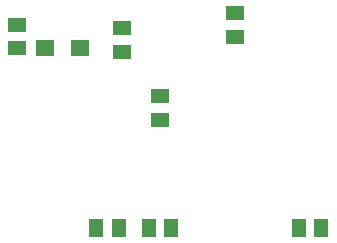
<source format=gtp>
G75*
G70*
%OFA0B0*%
%FSLAX24Y24*%
%IPPOS*%
%LPD*%
%AMOC8*
5,1,8,0,0,1.08239X$1,22.5*
%
%ADD10R,0.0512X0.0630*%
%ADD11R,0.0630X0.0512*%
%ADD12R,0.0630X0.0551*%
D10*
X011057Y002681D03*
X011805Y002681D03*
X012807Y002681D03*
X013555Y002681D03*
X017807Y002681D03*
X018555Y002681D03*
D11*
X013181Y006288D03*
X013181Y007075D03*
X011931Y008538D03*
X011931Y009325D03*
X008431Y009450D03*
X008431Y008663D03*
X015681Y009038D03*
X015681Y009825D03*
D12*
X010522Y008681D03*
X009341Y008681D03*
M02*

</source>
